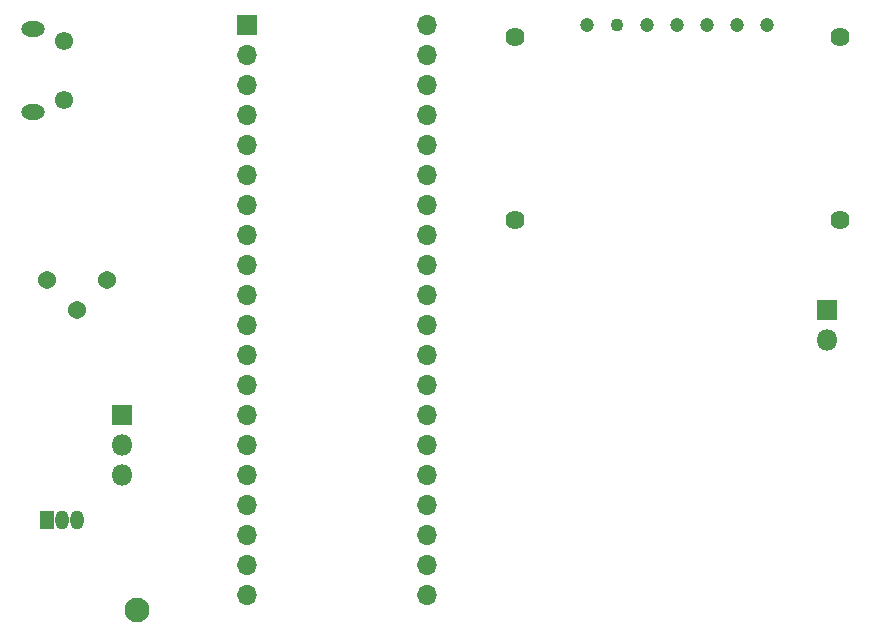
<source format=gbr>
%TF.GenerationSoftware,KiCad,Pcbnew,(5.1.6)-1*%
%TF.CreationDate,2020-11-21T18:59:33+08:00*%
%TF.ProjectId,Nov_21,4e6f765f-3231-42e6-9b69-6361645f7063,rev?*%
%TF.SameCoordinates,Original*%
%TF.FileFunction,Soldermask,Bot*%
%TF.FilePolarity,Negative*%
%FSLAX46Y46*%
G04 Gerber Fmt 4.6, Leading zero omitted, Abs format (unit mm)*
G04 Created by KiCad (PCBNEW (5.1.6)-1) date 2020-11-21 18:59:33*
%MOMM*%
%LPD*%
G01*
G04 APERTURE LIST*
%ADD10C,1.540000*%
%ADD11R,1.150000X1.600000*%
%ADD12O,1.150000X1.600000*%
%ADD13C,2.100000*%
%ADD14O,1.800000X1.800000*%
%ADD15R,1.800000X1.800000*%
%ADD16C,1.200000*%
%ADD17C,1.100000*%
%ADD18C,1.624000*%
%ADD19O,1.700000X1.700000*%
%ADD20R,1.700000X1.700000*%
%ADD21O,2.000000X1.300000*%
%ADD22C,1.550000*%
G04 APERTURE END LIST*
D10*
%TO.C,RV1*%
X125730000Y-77470000D03*
X128270000Y-80010000D03*
X130810000Y-77470000D03*
%TD*%
D11*
%TO.C,U1*%
X125730000Y-97790000D03*
D12*
X128270000Y-97790000D03*
X127000000Y-97790000D03*
%TD*%
D13*
%TO.C,TP1*%
X133350000Y-105410000D03*
%TD*%
D14*
%TO.C,J6*%
X191770000Y-82550000D03*
D15*
X191770000Y-80010000D03*
%TD*%
D16*
%TO.C,J4*%
X186690000Y-55880000D03*
X184150000Y-55880000D03*
X181610000Y-55880000D03*
X176530000Y-55880000D03*
D17*
X173990000Y-55880000D03*
D16*
X179070000Y-55880000D03*
X171450000Y-55880000D03*
D18*
X165320000Y-72380000D03*
X192820000Y-72380000D03*
X192820000Y-56880000D03*
X165320000Y-56880000D03*
%TD*%
D19*
%TO.C,J3*%
X157921960Y-55880000D03*
X142681960Y-104140000D03*
X157921960Y-58420000D03*
X142681960Y-101600000D03*
X157921960Y-60960000D03*
X142681960Y-99060000D03*
X157921960Y-63500000D03*
X142681960Y-96520000D03*
X157921960Y-66040000D03*
X142681960Y-93980000D03*
X157921960Y-68580000D03*
X142681960Y-91440000D03*
X157921960Y-71120000D03*
X142681960Y-88900000D03*
X157921960Y-73660000D03*
X142681960Y-86360000D03*
X157921960Y-76200000D03*
X142681960Y-83820000D03*
X157921960Y-78740000D03*
X142681960Y-81280000D03*
X157921960Y-81280000D03*
X142681960Y-78740000D03*
X157921960Y-83820000D03*
X142681960Y-76200000D03*
X157921960Y-86360000D03*
X142681960Y-73660000D03*
X157921960Y-88900000D03*
X142681960Y-71120000D03*
X157921960Y-91440000D03*
X142681960Y-68580000D03*
X157921960Y-93980000D03*
X142681960Y-66040000D03*
X157921960Y-96520000D03*
X142681960Y-63500000D03*
X157921960Y-99060000D03*
X142681960Y-60960000D03*
X157921960Y-101600000D03*
X142681960Y-58420000D03*
X157921960Y-104140000D03*
D20*
X142681960Y-55880000D03*
%TD*%
D21*
%TO.C,J2*%
X124492500Y-63190000D03*
X124492500Y-56190000D03*
D22*
X127192500Y-62190000D03*
X127192500Y-57190000D03*
%TD*%
D14*
%TO.C,J1*%
X132080000Y-93980000D03*
X132080000Y-91440000D03*
D15*
X132080000Y-88900000D03*
%TD*%
M02*

</source>
